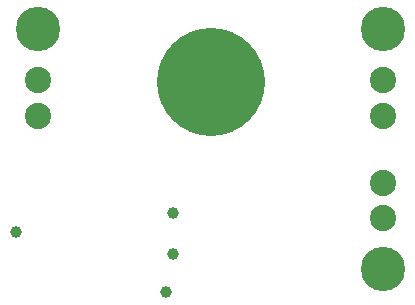
<source format=gbs>
G04*
G04 #@! TF.GenerationSoftware,Altium Limited,Altium Designer,18.1.6 (161)*
G04*
G04 Layer_Color=16711935*
%FSLAX44Y44*%
%MOMM*%
G71*
G01*
G75*
%ADD20C,3.7560*%
%ADD21C,2.2320*%
%ADD22C,9.1500*%
%ADD23C,1.0000*%
D20*
X361950Y44450D02*
D03*
Y247650D02*
D03*
X69850D02*
D03*
D21*
X361950Y87630D02*
D03*
Y117602D02*
D03*
Y174498D02*
D03*
Y204470D02*
D03*
X69850Y174498D02*
D03*
Y204470D02*
D03*
D22*
X215900Y203200D02*
D03*
D23*
X184150Y92050D02*
D03*
X50800Y76200D02*
D03*
X184150Y57150D02*
D03*
X177800Y25400D02*
D03*
M02*

</source>
